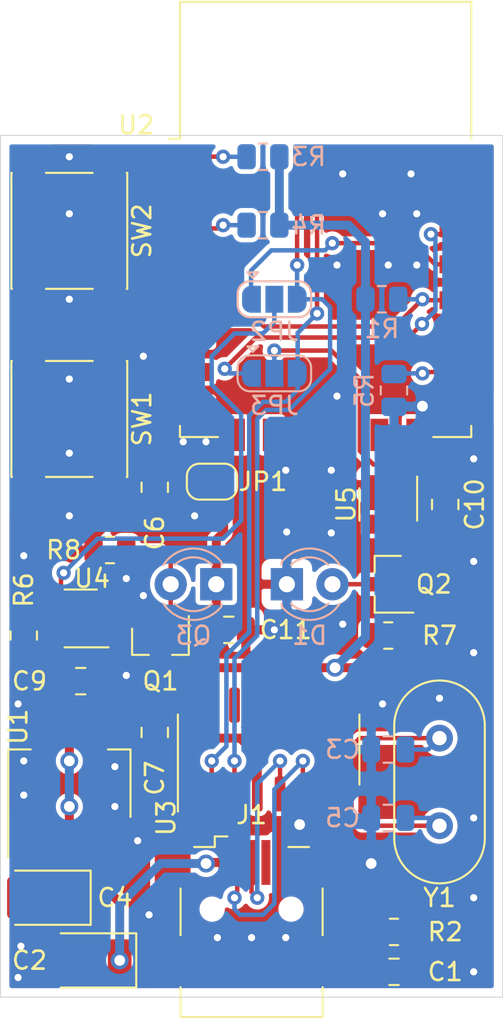
<source format=kicad_pcb>
(kicad_pcb (version 20171130) (host pcbnew "(5.1.9-0-10_14)")
  (layers (0 F.Cu signal) (31 B.Cu signal) (34 B.Paste user hide) (35 F.Paste user hide) (36 B.SilkS user) (37 F.SilkS user) (38 B.Mask user hide) (39 F.Mask user hide) (44 Edge.Cuts user))
  (net 0 "")
  (net 1 +3V3)
  (net 2 "Net-(D1-Pad2)")
  (net 3 "Net-(J1-Pad3)")
  (net 4 "Net-(J1-Pad2)")
  (net 5 "Net-(Q1-Pad3)")
  (net 6 "Net-(Q1-Pad1)")
  (net 7 "Net-(Q2-Pad1)")
  (net 8 "Net-(R7-Pad2)")
  (net 9 GND)
  (net 10 "Net-(C1-Pad1)")
  (net 11 "Net-(C2-Pad1)")
  (net 12 "Net-(C3-Pad1)")
  (net 13 "Net-(C5-Pad1)")
  (net 14 "Net-(JP2-Pad2)")
  (net 15 TXD0)
  (net 16 RXD1)
  (net 17 "Net-(JP3-Pad2)")
  (net 18 RXD0)
  (net 19 TXD1)
  (net 20 Flash)
  (net 21 Reset)
  (net 22 "Net-(R4-Pad2)")
  (net 23 "Net-(R5-Pad1)")
  (net 24 "Net-(C6-Pad1)")
  (net 25 "Net-(J1-Pad4)")
  (net 26 "Net-(U2-Pad2)")
  (net 27 "Net-(U2-Pad4)")
  (net 28 "Net-(U2-Pad6)")
  (net 29 "Net-(U2-Pad9)")
  (net 30 "Net-(U2-Pad10)")
  (net 31 "Net-(U2-Pad11)")
  (net 32 "Net-(U2-Pad12)")
  (net 33 "Net-(U2-Pad13)")
  (net 34 "Net-(U2-Pad14)")
  (net 35 "Net-(U2-Pad17)")
  (net 36 "Net-(U3-Pad15)")
  (net 37 "Net-(U3-Pad14)")
  (net 38 "Net-(U3-Pad13)")
  (net 39 "Net-(U3-Pad12)")
  (net 40 "Net-(U3-Pad11)")
  (net 41 "Net-(U3-Pad10)")
  (net 42 "Net-(U3-Pad9)")
  (net 43 "Net-(JP1-Pad1)")
  (net 44 "Net-(U2-Pad5)")
  (net 45 "Net-(U2-Pad7)")
  (module Crystal:Crystal_HC49-U_Vertical (layer F.Cu) (at 159.9775 106.0725 270)
    (fp_text reference Y1 (at 8.89 0 180) (layer F.SilkS))
    (fp_text value 12Mhz)
    (pad 2 thru_hole circle (at 4.88 0 270) (size 1.5 1.5) (drill 0.8) (layers *.Cu *.Mask) (net 13 "Net-(C5-Pad1)"))
    (pad 1 thru_hole circle (at 0 0 270) (size 1.5 1.5) (drill 0.8) (layers *.Cu *.Mask) (net 12 "Net-(C3-Pad1)"))
  )
  (module Package_SO:SOIC-16_3.9x9.9mm_P1.27mm (layer F.Cu) (at 150.4525 106.7075 90)
    (fp_text reference U3 (at -3.81 -5.715 90) (layer F.SilkS))
    (fp_text value CH340G)
    (pad 16 smd roundrect (at 2.475 -4.445 90) (size 1.95 0.6) (layers F.Cu F.Paste F.Mask) (net 1 +3V3))
    (pad 15 smd roundrect (at 2.475 -3.175 90) (size 1.95 0.6) (layers F.Cu F.Paste F.Mask) (net 36 "Net-(U3-Pad15)"))
    (pad 14 smd roundrect (at 2.475 -1.905 90) (size 1.95 0.6) (layers F.Cu F.Paste F.Mask) (net 37 "Net-(U3-Pad14)"))
    (pad 13 smd roundrect (at 2.475 -0.635 90) (size 1.95 0.6) (layers F.Cu F.Paste F.Mask) (net 38 "Net-(U3-Pad13)"))
    (pad 12 smd roundrect (at 2.475 0.635 90) (size 1.95 0.6) (layers F.Cu F.Paste F.Mask) (net 39 "Net-(U3-Pad12)"))
    (pad 11 smd roundrect (at 2.475 1.905 90) (size 1.95 0.6) (layers F.Cu F.Paste F.Mask) (net 40 "Net-(U3-Pad11)"))
    (pad 10 smd roundrect (at 2.475 3.175 90) (size 1.95 0.6) (layers F.Cu F.Paste F.Mask) (net 41 "Net-(U3-Pad10)"))
    (pad 9 smd roundrect (at 2.475 4.445 90) (size 1.95 0.6) (layers F.Cu F.Paste F.Mask) (net 42 "Net-(U3-Pad9)"))
    (pad 8 smd roundrect (at -2.475 4.445 90) (size 1.95 0.6) (layers F.Cu F.Paste F.Mask) (net 13 "Net-(C5-Pad1)"))
    (pad 7 smd roundrect (at -2.475 3.175 90) (size 1.95 0.6) (layers F.Cu F.Paste F.Mask) (net 12 "Net-(C3-Pad1)"))
    (pad 6 smd roundrect (at -2.475 1.905 90) (size 1.95 0.6) (layers F.Cu F.Paste F.Mask) (net 4 "Net-(J1-Pad2)"))
    (pad 5 smd roundrect (at -2.475 0.635 90) (size 1.95 0.6) (layers F.Cu F.Paste F.Mask) (net 3 "Net-(J1-Pad3)"))
    (pad 4 smd roundrect (at -2.475 -0.635 90) (size 1.95 0.6) (layers F.Cu F.Paste F.Mask) (net 1 +3V3))
    (pad 3 smd roundrect (at -2.475 -1.905 90) (size 1.95 0.6) (layers F.Cu F.Paste F.Mask) (net 15 TXD0))
    (pad 2 smd roundrect (at -2.475 -3.175 90) (size 1.95 0.6) (layers F.Cu F.Paste F.Mask) (net 18 RXD0))
    (pad 1 smd roundrect (at -2.475 -4.445 90) (size 1.95 0.6) (layers F.Cu F.Paste F.Mask) (net 9 GND))
  )
  (module RF_Module:ESP-12E (layer F.Cu) (at 153.6275 77.18)
    (fp_text reference U2 (at -10.56 -5.26) (layer F.SilkS))
    (fp_text value ESP-12F)
    (pad 1 smd rect (at -7.6 -3.5) (size 2.5 1) (layers F.Cu F.Paste F.Mask) (net 21 Reset))
    (pad 2 smd rect (at -7.6 -1.5) (size 2.5 1) (layers F.Cu F.Paste F.Mask) (net 26 "Net-(U2-Pad2)"))
    (pad 3 smd rect (at -7.6 0.5) (size 2.5 1) (layers F.Cu F.Paste F.Mask) (net 22 "Net-(R4-Pad2)"))
    (pad 4 smd rect (at -7.6 2.5) (size 2.5 1) (layers F.Cu F.Paste F.Mask) (net 27 "Net-(U2-Pad4)"))
    (pad 5 smd rect (at -7.6 4.5) (size 2.5 1) (layers F.Cu F.Paste F.Mask) (net 44 "Net-(U2-Pad5)"))
    (pad 6 smd rect (at -7.6 6.5) (size 2.5 1) (layers F.Cu F.Paste F.Mask) (net 28 "Net-(U2-Pad6)"))
    (pad 7 smd rect (at -7.6 8.5) (size 2.5 1) (layers F.Cu F.Paste F.Mask) (net 45 "Net-(U2-Pad7)"))
    (pad 8 smd rect (at -7.6 10.5) (size 2.5 1) (layers F.Cu F.Paste F.Mask) (net 43 "Net-(JP1-Pad1)"))
    (pad 9 smd rect (at -5 12) (size 1 1.8) (layers F.Cu F.Paste F.Mask) (net 29 "Net-(U2-Pad9)"))
    (pad 10 smd rect (at -3 12) (size 1 1.8) (layers F.Cu F.Paste F.Mask) (net 30 "Net-(U2-Pad10)"))
    (pad 11 smd rect (at -1 12) (size 1 1.8) (layers F.Cu F.Paste F.Mask) (net 31 "Net-(U2-Pad11)"))
    (pad 12 smd rect (at 1 12) (size 1 1.8) (layers F.Cu F.Paste F.Mask) (net 32 "Net-(U2-Pad12)"))
    (pad 13 smd rect (at 3 12) (size 1 1.8) (layers F.Cu F.Paste F.Mask) (net 33 "Net-(U2-Pad13)"))
    (pad 14 smd rect (at 5 12) (size 1 1.8) (layers F.Cu F.Paste F.Mask) (net 34 "Net-(U2-Pad14)"))
    (pad 15 smd rect (at 7.6 10.5) (size 2.5 1) (layers F.Cu F.Paste F.Mask) (net 9 GND))
    (pad 16 smd rect (at 7.6 8.5) (size 2.5 1) (layers F.Cu F.Paste F.Mask) (net 23 "Net-(R5-Pad1)"))
    (pad 17 smd rect (at 7.6 6.5) (size 2.5 1) (layers F.Cu F.Paste F.Mask) (net 35 "Net-(U2-Pad17)"))
    (pad 18 smd rect (at 7.6 4.5) (size 2.5 1) (layers F.Cu F.Paste F.Mask) (net 20 Flash))
    (pad 19 smd rect (at 7.6 2.5) (size 2.5 1) (layers F.Cu F.Paste F.Mask) (net 16 RXD1))
    (pad 20 smd rect (at 7.6 0.5) (size 2.5 1) (layers F.Cu F.Paste F.Mask) (net 19 TXD1))
    (pad 21 smd rect (at 7.6 -1.5) (size 2.5 1) (layers F.Cu F.Paste F.Mask) (net 18 RXD0))
    (pad 22 smd rect (at 7.6 -3.5) (size 2.5 1) (layers F.Cu F.Paste F.Mask) (net 15 TXD0))
  )
  (module Package_TO_SOT_SMD:SOT-223-3_TabPin2 (layer F.Cu) (at 139.34 108.6125 90)
    (fp_text reference U1 (at 3.175 -2.8575 90) (layer F.SilkS))
    (fp_text value LM1117-3.3)
    (pad 1 smd rect (at -3.15 -2.3 90) (size 2 1.5) (layers F.Cu F.Paste F.Mask) (net 9 GND))
    (pad 3 smd rect (at -3.15 2.3 90) (size 2 1.5) (layers F.Cu F.Paste F.Mask) (net 11 "Net-(C2-Pad1)"))
    (pad 2 smd rect (at -3.15 0 90) (size 2 1.5) (layers F.Cu F.Paste F.Mask) (net 1 +3V3))
    (pad 2 smd rect (at 3.15 0 90) (size 2 3.8) (layers F.Cu F.Paste F.Mask) (net 1 +3V3))
  )
  (module Button_Switch_SMD:SW_Push_1P1T_NO_6x6mm_H9.5mm (layer F.Cu) (at 139.34 77.815 270)
    (fp_text reference SW2 (at 0 -4.05 90) (layer F.SilkS))
    (fp_text value Reset)
    (pad 2 smd rect (at 3.975 2.25 270) (size 1.55 1.3) (layers F.Cu F.Paste F.Mask) (net 9 GND))
    (pad 1 smd rect (at 3.975 -2.25 270) (size 1.55 1.3) (layers F.Cu F.Paste F.Mask) (net 21 Reset))
    (pad 1 smd rect (at -3.975 -2.25 270) (size 1.55 1.3) (layers F.Cu F.Paste F.Mask) (net 21 Reset))
    (pad 2 smd rect (at -3.975 2.25 270) (size 1.55 1.3) (layers F.Cu F.Paste F.Mask) (net 9 GND))
  )
  (module Button_Switch_SMD:SW_Push_1P1T_NO_6x6mm_H9.5mm (layer F.Cu) (at 139.34 88.2925 270)
    (fp_text reference SW1 (at 0 -4.05 90) (layer F.SilkS))
    (fp_text value Flash)
    (pad 2 smd rect (at 3.975 2.25 270) (size 1.55 1.3) (layers F.Cu F.Paste F.Mask) (net 9 GND))
    (pad 1 smd rect (at 3.975 -2.25 270) (size 1.55 1.3) (layers F.Cu F.Paste F.Mask) (net 20 Flash))
    (pad 1 smd rect (at -3.975 -2.25 270) (size 1.55 1.3) (layers F.Cu F.Paste F.Mask) (net 20 Flash))
    (pad 2 smd rect (at -3.975 2.25 270) (size 1.55 1.3) (layers F.Cu F.Paste F.Mask) (net 9 GND))
  )
  (module Resistor_SMD:R_0805_2012Metric (layer B.Cu) (at 157.4375 86.705 270)
    (fp_text reference R5 (at 0 1.65 90) (layer B.SilkS) (effects (justify mirror)))
    (fp_text value 10k)
    (pad 2 smd roundrect (at 0.9125 0 270) (size 1.025 1.4) (layers B.Cu B.Paste B.Mask) (roundrect_rratio 0.243902) (net 9 GND))
    (pad 1 smd roundrect (at -0.9125 0 270) (size 1.025 1.4) (layers B.Cu B.Paste B.Mask) (roundrect_rratio 0.243902) (net 23 "Net-(R5-Pad1)"))
  )
  (module Resistor_SMD:R_0805_2012Metric (layer B.Cu) (at 150.135 77.4975 180)
    (fp_text reference R4 (at -2.54 0) (layer B.SilkS) (effects (justify mirror)))
    (fp_text value 10k)
    (pad 2 smd roundrect (at 0.9125 0 180) (size 1.025 1.4) (layers B.Cu B.Paste B.Mask) (roundrect_rratio 0.243902) (net 22 "Net-(R4-Pad2)"))
    (pad 1 smd roundrect (at -0.9125 0 180) (size 1.025 1.4) (layers B.Cu B.Paste B.Mask) (roundrect_rratio 0.243902) (net 1 +3V3))
  )
  (module Resistor_SMD:R_0805_2012Metric (layer B.Cu) (at 150.135 73.6875 180)
    (fp_text reference R3 (at -2.54 0) (layer B.SilkS) (effects (justify mirror)))
    (fp_text value 10k)
    (pad 2 smd roundrect (at 0.9125 0 180) (size 1.025 1.4) (layers B.Cu B.Paste B.Mask) (roundrect_rratio 0.243902) (net 21 Reset))
    (pad 1 smd roundrect (at -0.9125 0 180) (size 1.025 1.4) (layers B.Cu B.Paste B.Mask) (roundrect_rratio 0.243902) (net 1 +3V3))
  )
  (module Resistor_SMD:R_0805_2012Metric (layer F.Cu) (at 157.4375 116.8675)
    (fp_text reference R2 (at 2.8575 0) (layer F.SilkS))
    (fp_text value 100k)
    (pad 2 smd roundrect (at 0.9125 0) (size 1.025 1.4) (layers F.Cu F.Paste F.Mask) (roundrect_rratio 0.243902) (net 9 GND))
    (pad 1 smd roundrect (at -0.9125 0) (size 1.025 1.4) (layers F.Cu F.Paste F.Mask) (roundrect_rratio 0.243902) (net 10 "Net-(C1-Pad1)"))
  )
  (module Resistor_SMD:R_0805_2012Metric (layer B.Cu) (at 156.7625 81.625)
    (fp_text reference R1 (at 0 1.65) (layer B.SilkS) (effects (justify mirror)))
    (fp_text value 10k)
    (pad 2 smd roundrect (at 0.9125 0) (size 1.025 1.4) (layers B.Cu B.Paste B.Mask) (roundrect_rratio 0.243902) (net 20 Flash))
    (pad 1 smd roundrect (at -0.9125 0) (size 1.025 1.4) (layers B.Cu B.Paste B.Mask) (roundrect_rratio 0.243902) (net 1 +3V3))
  )
  (module Jumper:SolderJumper-3_P1.3mm_Open_RoundedPad1.0x1.5mm (layer B.Cu) (at 150.77 85.7525)
    (fp_text reference JP3 (at 0 1.8) (layer B.SilkS) (effects (justify mirror)))
    (fp_text value Jumper_NC_Dual)
    (pad 2 smd rect (at 0 0) (size 1 1.5) (layers B.Cu B.Mask) (net 17 "Net-(JP3-Pad2)"))
    (pad 3 smd custom (at 1.3 0) (size 1 0.5) (layers B.Cu B.Mask) (net 18 RXD0) (options (clearance outline) (anchor rect)) (primitives (gr_circle (center 0 -0.25) (end 0.5 -0.25) (width 0)) (gr_circle (center 0 0.25) (end 0.5 0.25) (width 0)) (gr_poly (pts (xy -0.55 0.75) (xy 0 0.75) (xy 0 -0.75) (xy -0.55 -0.75)) (width 0))))
    (pad 1 smd custom (at -1.3 0) (size 1 0.5) (layers B.Cu B.Mask) (net 19 TXD1) (options (clearance outline) (anchor rect)) (primitives (gr_circle (center 0 -0.25) (end 0.5 -0.25) (width 0)) (gr_circle (center 0 0.25) (end 0.5 0.25) (width 0)) (gr_poly (pts (xy 0.55 0.75) (xy 0 0.75) (xy 0 -0.75) (xy 0.55 -0.75)) (width 0))))
  )
  (module Jumper:SolderJumper-3_P1.3mm_Open_RoundedPad1.0x1.5mm (layer B.Cu) (at 150.77 81.625)
    (fp_text reference JP2 (at 0 1.8) (layer B.SilkS) (effects (justify mirror)))
    (fp_text value Jumper_NC_Dual)
    (pad 2 smd rect (at 0 0) (size 1 1.5) (layers B.Cu B.Mask) (net 14 "Net-(JP2-Pad2)"))
    (pad 3 smd custom (at 1.3 0) (size 1 0.5) (layers B.Cu B.Mask) (net 15 TXD0) (options (clearance outline) (anchor rect)) (primitives (gr_circle (center 0 -0.25) (end 0.5 -0.25) (width 0)) (gr_circle (center 0 0.25) (end 0.5 0.25) (width 0)) (gr_poly (pts (xy -0.55 0.75) (xy 0 0.75) (xy 0 -0.75) (xy -0.55 -0.75)) (width 0))))
    (pad 1 smd custom (at -1.3 0) (size 1 0.5) (layers B.Cu B.Mask) (net 16 RXD1) (options (clearance outline) (anchor rect)) (primitives (gr_circle (center 0 -0.25) (end 0.5 -0.25) (width 0)) (gr_circle (center 0 0.25) (end 0.5 0.25) (width 0)) (gr_poly (pts (xy 0.55 0.75) (xy 0 0.75) (xy 0 -0.75) (xy 0.55 -0.75)) (width 0))))
  )
  (module Jumper:SolderJumper-2_P1.3mm_Open_RoundedPad1.0x1.5mm (layer F.Cu) (at 147.2925 91.785)
    (fp_text reference JP1 (at 2.8425 0) (layer F.SilkS))
    (fp_text value Jumper)
    (pad 2 smd custom (at 0.65 0) (size 1 0.5) (layers F.Cu F.Mask) (net 1 +3V3) (options (clearance outline) (anchor rect)) (primitives (gr_circle (center 0 0.25) (end 0.5 0.25) (width 0)) (gr_circle (center 0 -0.25) (end 0.5 -0.25) (width 0)) (gr_poly (pts (xy 0 -0.75) (xy -0.5 -0.75) (xy -0.5 0.75) (xy 0 0.75)) (width 0))))
    (pad 1 smd custom (at -0.65 0) (size 1 0.5) (layers F.Cu F.Mask) (net 43 "Net-(JP1-Pad1)") (options (clearance outline) (anchor rect)) (primitives (gr_circle (center 0 0.25) (end 0.5 0.25) (width 0)) (gr_circle (center 0 -0.25) (end 0.5 -0.25) (width 0)) (gr_poly (pts (xy 0 -0.75) (xy 0.5 -0.75) (xy 0.5 0.75) (xy 0 0.75)) (width 0))))
  )
  (module Connector_USB:USB_Mini-B_Wuerth_65100516121_Horizontal (layer F.Cu) (at 149.5 115.5975)
    (fp_text reference J1 (at 0 -5.25) (layer F.SilkS))
    (fp_text value USB_B_Mini)
    (pad "" np_thru_hole circle (at 2.2 0) (size 0.9 0.9) (drill 0.9) (layers *.Cu *.Mask))
    (pad "" np_thru_hole circle (at -2.2 0) (size 0.9 0.9) (drill 0.9) (layers *.Cu *.Mask))
    (pad 5 smd rect (at 1.6 -2.6) (size 0.5 2.5) (layers F.Cu F.Paste F.Mask) (net 9 GND))
    (pad 4 smd rect (at 0.8 -2.6) (size 0.5 2.5) (layers F.Cu F.Paste F.Mask) (net 25 "Net-(J1-Pad4)"))
    (pad 3 smd rect (at 0 -2.6) (size 0.5 2.5) (layers F.Cu F.Paste F.Mask) (net 3 "Net-(J1-Pad3)"))
    (pad 2 smd rect (at -0.8 -2.6) (size 0.5 2.5) (layers F.Cu F.Paste F.Mask) (net 4 "Net-(J1-Pad2)"))
    (pad 1 smd rect (at -1.6 -2.6) (size 0.5 2.5) (layers F.Cu F.Paste F.Mask) (net 11 "Net-(C2-Pad1)"))
    (pad 6 smd rect (at 4.4 -2.6) (size 2 2.5) (layers F.Cu F.Paste F.Mask) (net 10 "Net-(C1-Pad1)"))
    (pad 6 smd rect (at -4.4 -2.6) (size 2 2.5) (layers F.Cu F.Paste F.Mask) (net 10 "Net-(C1-Pad1)"))
    (pad 6 smd rect (at 4.4 2.9) (size 2 2.5) (layers F.Cu F.Paste F.Mask) (net 10 "Net-(C1-Pad1)"))
    (pad 6 smd rect (at -4.4 2.9) (size 2 2.5) (layers F.Cu F.Paste F.Mask) (net 10 "Net-(C1-Pad1)"))
  )
  (module Capacitor_SMD:C_0805_2012Metric (layer F.Cu) (at 144.1025 105.755 270)
    (fp_text reference C7 (at 2.54 0 90) (layer F.SilkS))
    (fp_text value 100n)
    (pad 2 smd roundrect (at 0.95 0 270) (size 1 1.45) (layers F.Cu F.Paste F.Mask) (net 9 GND))
    (pad 1 smd roundrect (at -0.95 0 270) (size 1 1.45) (layers F.Cu F.Paste F.Mask) (net 1 +3V3))
  )
  (module Capacitor_SMD:C_0805_2012Metric (layer F.Cu) (at 144.1025 92.1 270)
    (fp_text reference C6 (at 2.5425 0 90) (layer F.SilkS))
    (fp_text value 100n)
    (pad 2 smd roundrect (at 0.95 0 270) (size 1 1.45) (layers F.Cu F.Paste F.Mask) (net 9 GND))
    (pad 1 smd roundrect (at -0.95 0 270) (size 1 1.45) (layers F.Cu F.Paste F.Mask) (net 1 +3V3))
  )
  (module Capacitor_SMD:C_0805_2012Metric (layer B.Cu) (at 157.12 110.5175 180)
    (fp_text reference C5 (at 2.54 0) (layer B.SilkS) (effects (justify mirror)))
    (fp_text value 22p)
    (pad 2 smd roundrect (at 0.95 0 180) (size 1 1.45) (layers B.Cu B.Paste B.Mask) (net 9 GND))
    (pad 1 smd roundrect (at -0.95 0 180) (size 1 1.45) (layers B.Cu B.Paste B.Mask) (net 13 "Net-(C5-Pad1)"))
  )
  (module Capacitor_Tantalum_SMD:CP_EIA-3528-21_Kemet-B (layer F.Cu) (at 138.07 114.9625 180)
    (fp_text reference C4 (at -3.81 0) (layer F.SilkS))
    (fp_text value 47µ)
    (pad 2 smd roundrect (at 1.5375 0 180) (size 1.325 2.35) (layers F.Cu F.Paste F.Mask) (roundrect_rratio 0.188679) (net 9 GND))
    (pad 1 smd roundrect (at -1.5375 0 180) (size 1.325 2.35) (layers F.Cu F.Paste F.Mask) (roundrect_rratio 0.188679) (net 1 +3V3))
  )
  (module Capacitor_SMD:C_0805_2012Metric (layer B.Cu) (at 157.12 106.7075 180)
    (fp_text reference C3 (at 2.54 0 180) (layer B.SilkS) (effects (justify mirror)))
    (fp_text value 22p)
    (pad 2 smd roundrect (at 0.95 0 180) (size 1 1.45) (layers B.Cu B.Paste B.Mask) (net 9 GND))
    (pad 1 smd roundrect (at -0.95 0 180) (size 1 1.45) (layers B.Cu B.Paste B.Mask) (net 12 "Net-(C3-Pad1)"))
  )
  (module Capacitor_Tantalum_SMD:CP_EIA-3528-21_Kemet-B (layer F.Cu) (at 140.61 118.455 180)
    (fp_text reference C2 (at 3.4925 0) (layer F.SilkS))
    (fp_text value 47µ)
    (pad 2 smd roundrect (at 1.5375 0 180) (size 1.325 2.35) (layers F.Cu F.Paste F.Mask) (roundrect_rratio 0.188679) (net 9 GND))
    (pad 1 smd roundrect (at -1.5375 0 180) (size 1.325 2.35) (layers F.Cu F.Paste F.Mask) (roundrect_rratio 0.188679) (net 11 "Net-(C2-Pad1)"))
  )
  (module Capacitor_SMD:C_0805_2012Metric (layer F.Cu) (at 157.44 119.09)
    (fp_text reference C1 (at 2.855 0) (layer F.SilkS))
    (fp_text value 100n)
    (pad 2 smd roundrect (at 0.95 0) (size 1 1.45) (layers F.Cu F.Paste F.Mask) (net 9 GND))
    (pad 1 smd roundrect (at -0.95 0) (size 1 1.45) (layers F.Cu F.Paste F.Mask) (net 10 "Net-(C1-Pad1)"))
  )
  (module LED_THT:LED_D3.0mm_Clear (layer B.Cu) (at 151.4685 97.5)
    (fp_text reference D1 (at 1.27 2.8575) (layer B.SilkS) (effects (justify mirror)))
    (fp_text value SFH482)
    (pad 2 thru_hole circle (at 2.54 0) (size 1.8 1.8) (drill 0.9) (layers *.Cu *.Mask) (net 2 "Net-(D1-Pad2)"))
    (pad 1 thru_hole rect (at 0 0) (size 1.8 1.8) (drill 0.9) (layers *.Cu *.Mask) (net 9 GND))
  )
  (module Package_TO_SOT_SMD:SOT-23-5 (layer F.Cu) (at 157.12 93.055 270)
    (fp_text reference U5 (at 0 2.3475 90) (layer F.SilkS))
    (fp_text value 74AUC1G17)
    (pad 5 smd rect (at 1.1 -0.95 270) (size 1.06 0.65) (layers F.Cu F.Paste F.Mask) (net 1 +3V3))
    (pad 4 smd rect (at 1.1 0.95 270) (size 1.06 0.65) (layers F.Cu F.Paste F.Mask) (net 8 "Net-(R7-Pad2)"))
    (pad 3 smd rect (at -1.1 0.95 270) (size 1.06 0.65) (layers F.Cu F.Paste F.Mask) (net 9 GND))
    (pad 2 smd rect (at -1.1 0 270) (size 1.06 0.65) (layers F.Cu F.Paste F.Mask) (net 17 "Net-(JP3-Pad2)"))
    (pad 1 smd rect (at -1.1 -0.95 270) (size 1.06 0.65) (layers F.Cu F.Paste F.Mask))
  )
  (module Package_TO_SOT_SMD:SOT-23-5 (layer F.Cu) (at 139.975 99.405 180)
    (fp_text reference U4 (at -0.635 2.2225) (layer F.SilkS))
    (fp_text value 74AUC1G17)
    (pad 5 smd rect (at 1.1 -0.95 180) (size 1.06 0.65) (layers F.Cu F.Paste F.Mask) (net 1 +3V3))
    (pad 4 smd rect (at 1.1 0.95 180) (size 1.06 0.65) (layers F.Cu F.Paste F.Mask) (net 14 "Net-(JP2-Pad2)"))
    (pad 3 smd rect (at -1.1 0.95 180) (size 1.06 0.65) (layers F.Cu F.Paste F.Mask) (net 9 GND))
    (pad 2 smd rect (at -1.1 0 180) (size 1.06 0.65) (layers F.Cu F.Paste F.Mask) (net 5 "Net-(Q1-Pad3)"))
    (pad 1 smd rect (at -1.1 -0.95 180) (size 1.06 0.65) (layers F.Cu F.Paste F.Mask))
  )
  (module Resistor_SMD:R_0805_2012Metric (layer F.Cu) (at 141.6025 95.595 180)
    (fp_text reference R8 (at 2.58 0) (layer F.SilkS))
    (fp_text value R)
    (pad 2 smd roundrect (at 0.9125 0 180) (size 1.025 1.4) (layers F.Cu F.Paste F.Mask) (roundrect_rratio 0.243902) (net 9 GND))
    (pad 1 smd roundrect (at -0.9125 0 180) (size 1.025 1.4) (layers F.Cu F.Paste F.Mask) (roundrect_rratio 0.243902) (net 6 "Net-(Q1-Pad1)"))
  )
  (module Resistor_SMD:R_0805_2012Metric (layer F.Cu) (at 157.12 100.3575 180)
    (fp_text reference R7 (at -2.8575 0) (layer F.SilkS))
    (fp_text value 13k)
    (pad 1 smd roundrect (at -0.9125 0 180) (size 1.025 1.4) (layers F.Cu F.Paste F.Mask) (roundrect_rratio 0.243902) (net 7 "Net-(Q2-Pad1)"))
    (pad 2 smd roundrect (at 0.9125 0 180) (size 1.025 1.4) (layers F.Cu F.Paste F.Mask) (roundrect_rratio 0.243902) (net 8 "Net-(R7-Pad2)"))
  )
  (module Resistor_SMD:R_0805_2012Metric (layer F.Cu) (at 136.8 100.3575 90)
    (fp_text reference R6 (at 2.54 0 90) (layer F.SilkS))
    (fp_text value 13k)
    (pad 2 smd roundrect (at 0.9125 0 90) (size 1.025 1.4) (layers F.Cu F.Paste F.Mask) (roundrect_rratio 0.243902) (net 5 "Net-(Q1-Pad3)"))
    (pad 1 smd roundrect (at -0.9125 0 90) (size 1.025 1.4) (layers F.Cu F.Paste F.Mask) (roundrect_rratio 0.243902) (net 1 +3V3))
  )
  (module LED_THT:LED_D3.0mm_Clear (layer B.Cu) (at 147.5315 97.5 180)
    (fp_text reference Q3 (at 1.27 -2.8575) (layer B.SilkS) (effects (justify mirror)))
    (fp_text value SFH309)
    (pad 2 thru_hole circle (at 2.54 0 180) (size 1.8 1.8) (drill 0.9) (layers *.Cu *.Mask) (net 6 "Net-(Q1-Pad1)"))
    (pad 1 thru_hole rect (at 0 0 180) (size 1.8 1.8) (drill 0.9) (layers *.Cu *.Mask) (net 1 +3V3))
  )
  (module Package_TO_SOT_SMD:SOT-23 (layer F.Cu) (at 157.12 97.5 180)
    (fp_text reference Q2 (at -2.54 0) (layer F.SilkS))
    (fp_text value BC807)
    (pad 1 smd rect (at -1 -0.95 180) (size 0.9 0.8) (layers F.Cu F.Paste F.Mask) (net 7 "Net-(Q2-Pad1)"))
    (pad 2 smd rect (at -1 0.95 180) (size 0.9 0.8) (layers F.Cu F.Paste F.Mask) (net 1 +3V3))
    (pad 3 smd rect (at 1 0 180) (size 0.9 0.8) (layers F.Cu F.Paste F.Mask) (net 2 "Net-(D1-Pad2)"))
  )
  (module Package_TO_SOT_SMD:SOT-23 (layer F.Cu) (at 144.42 100.675 270)
    (fp_text reference Q1 (at 2.2225 0) (layer F.SilkS))
    (fp_text value BC817)
    (pad 3 smd rect (at 1 0 270) (size 0.9 0.8) (layers F.Cu F.Paste F.Mask) (net 5 "Net-(Q1-Pad3)"))
    (pad 2 smd rect (at -1 0.95 270) (size 0.9 0.8) (layers F.Cu F.Paste F.Mask) (net 9 GND))
    (pad 1 smd rect (at -1 -0.95 270) (size 0.9 0.8) (layers F.Cu F.Paste F.Mask) (net 6 "Net-(Q1-Pad1)"))
  )
  (module Capacitor_SMD:C_0805_2012Metric (layer F.Cu) (at 148.23 100.04)
    (fp_text reference C11 (at 3.175 0) (layer F.SilkS))
    (fp_text value 1µ)
    (pad 2 smd roundrect (at 0.95 0) (size 1 1.45) (layers F.Cu F.Paste F.Mask) (net 9 GND))
    (pad 1 smd roundrect (at -0.95 0) (size 1 1.45) (layers F.Cu F.Paste F.Mask) (net 1 +3V3))
  )
  (module Capacitor_SMD:C_0805_2012Metric (layer F.Cu) (at 160.295 93.055 90)
    (fp_text reference C10 (at 0 1.6375 90) (layer F.SilkS))
    (fp_text value 1µ)
    (pad 2 smd roundrect (at 0.95 0 90) (size 1 1.45) (layers F.Cu F.Paste F.Mask) (net 9 GND))
    (pad 1 smd roundrect (at -0.95 0 90) (size 1 1.45) (layers F.Cu F.Paste F.Mask) (net 1 +3V3))
  )
  (module Capacitor_SMD:C_0805_2012Metric (layer F.Cu) (at 139.975 102.8975)
    (fp_text reference C9 (at -2.8575 0) (layer F.SilkS))
    (fp_text value 1µ)
    (pad 2 smd roundrect (at 0.95 0) (size 1 1.45) (layers F.Cu F.Paste F.Mask) (net 9 GND))
    (pad 1 smd roundrect (at -0.95 0) (size 1 1.45) (layers F.Cu F.Paste F.Mask) (net 1 +3V3))
  )
  (gr_line (start 163.5 97.75) (end 163.5 97.5) (layer Edge.Cuts) (width 0.05))
  (gr_line (start 163.5 120.5) (end 163.5 117.5) (layer Edge.Cuts) (width 0.05))
  (gr_line (start 135.5 120.5) (end 163.5 120.5) (layer Edge.Cuts) (width 0.05))
  (gr_line (start 135.5 117.5) (end 135.5 120.5) (layer Edge.Cuts) (width 0.05))
  (gr_line (start 163.5 72.5) (end 163.5 97.5) (layer Edge.Cuts) (width 0.05))
  (gr_line (start 135.5 72.5) (end 163.5 72.5) (layer Edge.Cuts) (width 0.05))
  (gr_line (start 135.5 97.5) (end 135.5 72.5) (layer Edge.Cuts) (width 0.05))
  (gr_line (start 135.5 117.5) (end 135.5 110.25) (layer Edge.Cuts) (width 0.05))
  (gr_line (start 163.5 110.75) (end 163.5 117.5) (layer Edge.Cuts) (width 0.05))
  (gr_line (start 163.5 97.75) (end 163.5 110.75) (layer Edge.Cuts) (width 0.05))
  (gr_line (start 135.5 97.5) (end 135.5 110.25) (layer Edge.Cuts) (width 0.05))
  (segment (start 139.34 114.695) (end 139.6075 114.9625) (width 0.5) (layer F.Cu) (net 1))
  (segment (start 139.34 111.7625) (end 139.34 114.695) (width 0.5) (layer F.Cu) (net 1))
  (segment (start 144.675 104.2325) (end 144.1025 104.805) (width 0.5) (layer F.Cu) (net 1))
  (segment (start 146.0075 104.2325) (end 144.675 104.2325) (width 0.5) (layer F.Cu) (net 1))
  (via (at 139.34 109.8825) (size 1) (drill 0.6) (layers F.Cu B.Cu) (net 1))
  (segment (start 139.34 111.7625) (end 139.34 109.8825) (width 0.5) (layer F.Cu) (net 1))
  (via (at 139.34 107.3425) (size 1) (drill 0.6) (layers F.Cu B.Cu) (net 1))
  (segment (start 139.34 109.8825) (end 139.34 107.3425) (width 0.5) (layer B.Cu) (net 1))
  (segment (start 139.34 107.3425) (end 139.34 105.4625) (width 0.5) (layer F.Cu) (net 1))
  (segment (start 149.8175 109.1825) (end 149.8175 107.025) (width 0.5) (layer F.Cu) (net 1))
  (segment (start 149.8175 107.025) (end 148.865 106.0725) (width 0.5) (layer F.Cu) (net 1))
  (segment (start 148.865 106.0725) (end 146.6425 106.0725) (width 0.5) (layer F.Cu) (net 1))
  (segment (start 146.0075 105.4375) (end 146.0075 104.2325) (width 0.5) (layer F.Cu) (net 1))
  (segment (start 146.6425 106.0725) (end 146.0075 105.4375) (width 0.5) (layer F.Cu) (net 1))
  (segment (start 147.2775 100.0375) (end 147.28 100.04) (width 0.5) (layer F.Cu) (net 1))
  (segment (start 139.34 105.4625) (end 139.34 104.485) (width 0.5) (layer F.Cu) (net 1))
  (segment (start 139.025 104.17) (end 139.025 102.8975) (width 0.5) (layer F.Cu) (net 1))
  (segment (start 139.34 104.485) (end 139.025 104.17) (width 0.5) (layer F.Cu) (net 1))
  (segment (start 138.875 100.355) (end 138.875 101.48) (width 0.5) (layer F.Cu) (net 1))
  (segment (start 139.025 101.63) (end 139.025 102.8975) (width 0.5) (layer F.Cu) (net 1))
  (segment (start 138.875 101.48) (end 139.025 101.63) (width 0.5) (layer F.Cu) (net 1))
  (segment (start 138.665 101.27) (end 138.875 101.48) (width 0.5) (layer F.Cu) (net 1))
  (segment (start 136.8 101.27) (end 138.665 101.27) (width 0.5) (layer F.Cu) (net 1))
  (segment (start 158.22 94.005) (end 158.07 94.155) (width 0.5) (layer F.Cu) (net 1))
  (segment (start 160.295 94.005) (end 158.22 94.005) (width 0.5) (layer F.Cu) (net 1))
  (segment (start 158.12 94.205) (end 158.07 94.155) (width 0.5) (layer F.Cu) (net 1))
  (segment (start 158.12 96.55) (end 158.12 94.205) (width 0.5) (layer F.Cu) (net 1))
  (segment (start 147.28 100.04) (end 147.28 100.765) (width 0.5) (layer F.Cu) (net 1))
  (segment (start 147.28 100.765) (end 145.895 102.15) (width 0.5) (layer F.Cu) (net 1))
  (segment (start 160.295 101.31) (end 160.295 94.005) (width 0.5) (layer F.Cu) (net 1))
  (segment (start 159.455 102.15) (end 160.295 101.31) (width 0.5) (layer F.Cu) (net 1))
  (segment (start 139.34 105.4625) (end 140.585 105.4625) (width 0.5) (layer F.Cu) (net 1))
  (segment (start 139.6325 105.755) (end 139.34 105.4625) (width 0.5) (layer F.Cu) (net 1))
  (segment (start 142.1975 105.755) (end 139.6325 105.755) (width 0.5) (layer F.Cu) (net 1))
  (segment (start 143.1475 104.805) (end 142.1975 105.755) (width 0.5) (layer F.Cu) (net 1))
  (segment (start 144.1025 104.805) (end 143.1475 104.805) (width 0.5) (layer F.Cu) (net 1))
  (segment (start 144.83 103.215) (end 145.895 102.15) (width 0.5) (layer F.Cu) (net 1))
  (segment (start 143.4675 103.215) (end 144.83 103.215) (width 0.5) (layer F.Cu) (net 1))
  (segment (start 141.88 104.8025) (end 143.4675 103.215) (width 0.5) (layer F.Cu) (net 1))
  (segment (start 140 104.8025) (end 141.88 104.8025) (width 0.5) (layer F.Cu) (net 1))
  (segment (start 139.34 105.4625) (end 140 104.8025) (width 0.5) (layer F.Cu) (net 1))
  (segment (start 151.0475 73.6875) (end 151.0475 77.4975) (width 0.5) (layer B.Cu) (net 1))
  (segment (start 151.0475 77.4975) (end 154.8975 77.4975) (width 0.5) (layer B.Cu) (net 1))
  (segment (start 155.85 78.45) (end 155.85 81.625) (width 0.5) (layer B.Cu) (net 1))
  (segment (start 154.8975 77.4975) (end 155.85 78.45) (width 0.5) (layer B.Cu) (net 1))
  (via (at 154.15 102.15) (size 1) (drill 0.6) (layers F.Cu B.Cu) (net 1))
  (segment (start 155.85 81.625) (end 155.85 100.45) (width 0.5) (layer B.Cu) (net 1))
  (segment (start 155.85 100.45) (end 154.15 102.15) (width 0.5) (layer B.Cu) (net 1))
  (segment (start 154.15 102.15) (end 159.455 102.15) (width 0.5) (layer F.Cu) (net 1))
  (segment (start 145.895 102.15) (end 154.15 102.15) (width 0.5) (layer F.Cu) (net 1))
  (segment (start 147.9425 94.6125) (end 147.9425 91.785) (width 0.5) (layer F.Cu) (net 1))
  (segment (start 147.28 100.04) (end 147.28 99.085) (width 0.5) (layer F.Cu) (net 1))
  (segment (start 147.5315 98.8335) (end 147.5315 97.5) (width 0.5) (layer F.Cu) (net 1))
  (segment (start 147.28 99.085) (end 147.5315 98.8335) (width 0.5) (layer F.Cu) (net 1))
  (segment (start 147.5315 95.0235) (end 147.9425 94.6125) (width 0.5) (layer F.Cu) (net 1))
  (segment (start 147.5315 97.5) (end 147.5315 95.0235) (width 0.5) (layer F.Cu) (net 1))
  (segment (start 156.12 97.5) (end 154 97.5) (width 0.25) (layer F.Cu) (net 2))
  (via (at 149.8175 114.9625) (size 0.8) (drill 0.4) (layers F.Cu B.Cu) (net 3))
  (segment (start 149.5 114.645) (end 149.8175 114.9625) (width 0.25) (layer F.Cu) (net 3))
  (segment (start 149.5 112.9975) (end 149.5 114.645) (width 0.25) (layer F.Cu) (net 3))
  (segment (start 149.8175 114.9625) (end 149.8175 109.2475) (width 0.25) (layer B.Cu) (net 3))
  (via (at 151.0875 107.3425) (size 0.8) (drill 0.4) (layers F.Cu B.Cu) (net 3))
  (segment (start 149.8175 108.6125) (end 151.0875 107.3425) (width 0.25) (layer B.Cu) (net 3))
  (segment (start 149.8175 109.2475) (end 149.8175 108.6125) (width 0.25) (layer B.Cu) (net 3))
  (segment (start 151.0875 107.3425) (end 151.0875 109.1825) (width 0.25) (layer F.Cu) (net 3))
  (via (at 148.5475 114.9625) (size 0.8) (drill 0.4) (layers F.Cu B.Cu) (net 4))
  (segment (start 148.7 114.81) (end 148.5475 114.9625) (width 0.25) (layer F.Cu) (net 4))
  (segment (start 148.7 112.9975) (end 148.7 114.81) (width 0.25) (layer F.Cu) (net 4))
  (segment (start 148.5475 114.9625) (end 148.5475 115.5975) (width 0.25) (layer B.Cu) (net 4))
  (segment (start 148.5475 115.5975) (end 148.865 115.915) (width 0.25) (layer B.Cu) (net 4))
  (segment (start 148.865 115.915) (end 150.135 115.915) (width 0.25) (layer B.Cu) (net 4))
  (segment (start 150.135 115.915) (end 150.4525 115.5975) (width 0.25) (layer B.Cu) (net 4))
  (segment (start 150.4525 115.5975) (end 150.77 115.28) (width 0.25) (layer B.Cu) (net 4))
  (segment (start 150.77 115.28) (end 150.77 109.2475) (width 0.25) (layer B.Cu) (net 4))
  (via (at 152.3575 107.3425) (size 0.8) (drill 0.4) (layers F.Cu B.Cu) (net 4))
  (segment (start 150.77 108.93) (end 152.3575 107.3425) (width 0.25) (layer B.Cu) (net 4))
  (segment (start 150.77 109.2475) (end 150.77 108.93) (width 0.25) (layer B.Cu) (net 4))
  (segment (start 152.3575 107.3425) (end 152.3575 109.1825) (width 0.25) (layer F.Cu) (net 4))
  (segment (start 141.075 99.405) (end 142.1975 99.405) (width 0.25) (layer F.Cu) (net 5))
  (segment (start 142.1975 99.405) (end 142.515 99.7225) (width 0.25) (layer F.Cu) (net 5))
  (segment (start 142.515 99.7225) (end 142.515 101.31) (width 0.25) (layer F.Cu) (net 5))
  (segment (start 142.88 101.675) (end 144.42 101.675) (width 0.25) (layer F.Cu) (net 5))
  (segment (start 142.515 101.31) (end 142.88 101.675) (width 0.25) (layer F.Cu) (net 5))
  (segment (start 136.84 99.405) (end 136.8 99.445) (width 0.25) (layer F.Cu) (net 5))
  (segment (start 141.075 99.405) (end 136.84 99.405) (width 0.25) (layer F.Cu) (net 5))
  (segment (start 144.42 95.595) (end 142.515 95.595) (width 0.25) (layer F.Cu) (net 6))
  (segment (start 144.9915 96.1665) (end 144.42 95.595) (width 0.25) (layer F.Cu) (net 6))
  (segment (start 144.9915 97.5) (end 144.9915 96.1665) (width 0.25) (layer F.Cu) (net 6))
  (segment (start 144.9915 97.5) (end 144.9915 98.7065) (width 0.25) (layer F.Cu) (net 6))
  (segment (start 145.37 99.085) (end 145.37 99.675) (width 0.25) (layer F.Cu) (net 6))
  (segment (start 144.9915 98.7065) (end 145.37 99.085) (width 0.25) (layer F.Cu) (net 6))
  (segment (start 158.0325 98.5375) (end 158.12 98.45) (width 0.25) (layer F.Cu) (net 7))
  (segment (start 158.0325 100.3575) (end 158.0325 98.5375) (width 0.25) (layer F.Cu) (net 7))
  (segment (start 156.17 94.155) (end 156.6325 94.155) (width 0.25) (layer F.Cu) (net 8))
  (segment (start 156.895001 99.669999) (end 156.2075 100.3575) (width 0.25) (layer F.Cu) (net 8))
  (segment (start 156.895001 94.417501) (end 156.895001 99.669999) (width 0.25) (layer F.Cu) (net 8))
  (segment (start 156.6325 94.155) (end 156.895001 94.417501) (width 0.25) (layer F.Cu) (net 8))
  (segment (start 137.04 111.7625) (end 137.04 113.135) (width 0.5) (layer F.Cu) (net 9))
  (segment (start 136.5325 113.6425) (end 136.5325 114.9625) (width 0.5) (layer F.Cu) (net 9))
  (segment (start 137.04 113.135) (end 136.5325 113.6425) (width 0.5) (layer F.Cu) (net 9))
  (segment (start 139.0725 118.455) (end 137.435 118.455) (width 0.5) (layer F.Cu) (net 9))
  (segment (start 136.5325 117.5525) (end 136.5325 114.9625) (width 0.5) (layer F.Cu) (net 9))
  (segment (start 137.435 118.455) (end 136.64125 117.66125) (width 0.5) (layer F.Cu) (net 9))
  (segment (start 158.39 116.9075) (end 158.35 116.8675) (width 0.5) (layer F.Cu) (net 9))
  (segment (start 158.39 119.09) (end 158.39 116.9075) (width 0.5) (layer F.Cu) (net 9))
  (segment (start 151.1 111.2475) (end 150.6875 110.835) (width 0.5) (layer F.Cu) (net 9))
  (segment (start 151.1 112.9975) (end 151.1 111.2475) (width 0.5) (layer F.Cu) (net 9))
  (segment (start 150.6875 110.835) (end 146.6425 110.835) (width 0.5) (layer F.Cu) (net 9))
  (segment (start 146.0075 110.2) (end 146.0075 109.1825) (width 0.5) (layer F.Cu) (net 9))
  (segment (start 146.6425 110.835) (end 146.0075 110.2) (width 0.5) (layer F.Cu) (net 9))
  (segment (start 156.17 106.7075) (end 156.17 110.5175) (width 0.5) (layer B.Cu) (net 9))
  (segment (start 156.17 110.5175) (end 156.1675 110.5175) (width 0.5) (layer B.Cu) (net 9))
  (via (at 152.178042 110.885901) (size 1) (drill 0.6) (layers F.Cu B.Cu) (net 9))
  (segment (start 155.799099 110.885901) (end 152.178042 110.885901) (width 0.5) (layer B.Cu) (net 9))
  (segment (start 156.1675 110.5175) (end 155.799099 110.885901) (width 0.5) (layer B.Cu) (net 9))
  (segment (start 150.738401 110.885901) (end 150.6875 110.835) (width 0.5) (layer F.Cu) (net 9))
  (segment (start 152.178042 110.885901) (end 150.738401 110.885901) (width 0.5) (layer F.Cu) (net 9))
  (segment (start 146.0075 109.1825) (end 144.6725 109.1825) (width 0.5) (layer F.Cu) (net 9))
  (segment (start 144.1025 108.6125) (end 144.1025 106.705) (width 0.5) (layer F.Cu) (net 9))
  (segment (start 144.6725 109.1825) (end 144.1025 108.6125) (width 0.5) (layer F.Cu) (net 9))
  (segment (start 137.04 111.7625) (end 137.04 109.96) (width 0.5) (layer F.Cu) (net 9))
  (segment (start 138.3875 108.6125) (end 144.1025 108.6125) (width 0.5) (layer F.Cu) (net 9))
  (segment (start 137.04 109.96) (end 138.3875 108.6125) (width 0.5) (layer F.Cu) (net 9))
  (via (at 156.1675 113.0575) (size 1) (drill 0.6) (layers F.Cu B.Cu) (net 9))
  (segment (start 158.35 115.24) (end 156.1675 113.0575) (width 0.5) (layer F.Cu) (net 9))
  (segment (start 158.35 116.8675) (end 158.35 115.24) (width 0.5) (layer F.Cu) (net 9))
  (segment (start 156.1675 110.52) (end 156.17 110.5175) (width 0.5) (layer B.Cu) (net 9))
  (segment (start 156.1675 113.0575) (end 156.1675 110.52) (width 0.5) (layer B.Cu) (net 9))
  (segment (start 143.47 99.09) (end 143.47 99.675) (width 0.5) (layer F.Cu) (net 9))
  (segment (start 142.835 98.455) (end 143.47 99.09) (width 0.5) (layer F.Cu) (net 9))
  (segment (start 141.075 98.455) (end 141.075 97.33) (width 0.5) (layer F.Cu) (net 9))
  (segment (start 140.69 96.945) (end 140.69 95.595) (width 0.5) (layer F.Cu) (net 9))
  (segment (start 141.075 97.33) (end 140.69 96.945) (width 0.5) (layer F.Cu) (net 9))
  (segment (start 149.18 100.04) (end 150.77 100.04) (width 0.5) (layer F.Cu) (net 9))
  (segment (start 151.46 99.35) (end 151.46 97.5) (width 0.5) (layer F.Cu) (net 9))
  (segment (start 150.77 100.04) (end 151.46 99.35) (width 0.5) (layer F.Cu) (net 9))
  (segment (start 137.09 92.2675) (end 137.09 84.3175) (width 0.5) (layer F.Cu) (net 9))
  (segment (start 137.09 84.3175) (end 137.09 81.79) (width 0.5) (layer F.Cu) (net 9))
  (segment (start 137.09 81.79) (end 137.09 73.84) (width 0.5) (layer F.Cu) (net 9))
  (via (at 159.025 87.579998) (size 1) (drill 0.6) (layers F.Cu B.Cu) (net 9))
  (segment (start 159.125002 87.68) (end 159.025 87.579998) (width 0.5) (layer F.Cu) (net 9))
  (segment (start 161.2275 87.68) (end 159.125002 87.68) (width 0.5) (layer F.Cu) (net 9))
  (segment (start 157.475002 87.579998) (end 157.4375 87.6175) (width 0.5) (layer B.Cu) (net 9))
  (segment (start 159.025 87.579998) (end 157.475002 87.579998) (width 0.5) (layer B.Cu) (net 9))
  (segment (start 137.09 92.2675) (end 137.09 94.615) (width 0.5) (layer F.Cu) (net 9))
  (segment (start 138.07 95.595) (end 140.69 95.595) (width 0.5) (layer F.Cu) (net 9))
  (segment (start 137.09 94.615) (end 138.07 95.595) (width 0.5) (layer F.Cu) (net 9))
  (segment (start 144.1025 93.05) (end 144.1025 94.0075) (width 0.5) (layer F.Cu) (net 9))
  (segment (start 144.1025 94.0075) (end 143.785 94.325) (width 0.5) (layer F.Cu) (net 9))
  (segment (start 143.785 94.325) (end 141.245 94.325) (width 0.5) (layer F.Cu) (net 9))
  (segment (start 140.69 94.88) (end 140.69 95.595) (width 0.5) (layer F.Cu) (net 9))
  (segment (start 141.245 94.325) (end 140.69 94.88) (width 0.5) (layer F.Cu) (net 9))
  (segment (start 141.075 98.455) (end 142.835 98.455) (width 0.5) (layer F.Cu) (net 9))
  (segment (start 151.46 97.5) (end 151.46 94.5875) (width 0.5) (layer F.Cu) (net 9))
  (segment (start 152.8225 91.955) (end 156.17 91.955) (width 0.5) (layer F.Cu) (net 9))
  (segment (start 151.46 93.3175) (end 152.8225 91.955) (width 0.5) (layer F.Cu) (net 9))
  (via (at 161.8825 119.09) (size 0.8) (drill 0.4) (layers F.Cu B.Cu) (net 9))
  (via (at 161.8825 114.9625) (size 0.8) (drill 0.4) (layers F.Cu B.Cu) (net 9))
  (via (at 161.8825 110.5175) (size 0.8) (drill 0.4) (layers F.Cu B.Cu) (net 9))
  (via (at 147.595 117.185) (size 0.8) (drill 0.4) (layers F.Cu B.Cu) (net 9))
  (via (at 149.5 117.185) (size 0.8) (drill 0.4) (layers F.Cu B.Cu) (net 9))
  (via (at 151.405 117.185) (size 0.8) (drill 0.4) (layers F.Cu B.Cu) (net 9))
  (via (at 143.785 115.915) (size 0.8) (drill 0.4) (layers F.Cu B.Cu) (net 9))
  (via (at 136.8 109.2475) (size 0.8) (drill 0.4) (layers F.Cu B.Cu) (net 9))
  (via (at 136.8 107.3425) (size 0.8) (drill 0.4) (layers F.Cu B.Cu) (net 9))
  (via (at 141.88 107.66) (size 0.8) (drill 0.4) (layers F.Cu B.Cu) (net 9))
  (via (at 141.88 109.8825) (size 0.8) (drill 0.4) (layers F.Cu B.Cu) (net 9))
  (segment (start 136.64125 117.66125) (end 136.5325 117.5525) (width 0.5) (layer F.Cu) (net 9))
  (via (at 136.64125 117.66125) (size 0.8) (drill 0.4) (layers F.Cu B.Cu) (net 9))
  (via (at 136.4825 119.4075) (size 0.8) (drill 0.4) (layers F.Cu B.Cu) (net 9))
  (via (at 143.15 111.7875) (size 0.8) (drill 0.4) (layers F.Cu B.Cu) (net 9))
  (via (at 136.4825 104.1675) (size 0.8) (drill 0.4) (layers F.Cu B.Cu) (net 9))
  (via (at 154.58 99.7225) (size 0.8) (drill 0.4) (layers F.Cu B.Cu) (net 9))
  (segment (start 150.77 100.04) (end 150.77 100.04) (width 0.5) (layer F.Cu) (net 9))
  (via (at 150.77 100.04) (size 0.8) (drill 0.4) (layers F.Cu B.Cu) (net 9))
  (via (at 142.515 97.1825) (size 0.8) (drill 0.4) (layers F.Cu B.Cu) (net 9))
  (via (at 143.4675 98.135) (size 0.8) (drill 0.4) (layers F.Cu B.Cu) (net 9))
  (via (at 136.8 95.9125) (size 0.8) (drill 0.4) (layers F.Cu B.Cu) (net 9))
  (segment (start 151.46 94.5875) (end 151.46 93.3175) (width 0.5) (layer F.Cu) (net 9))
  (via (at 151.46 94.5875) (size 0.8) (drill 0.4) (layers F.Cu B.Cu) (net 9))
  (via (at 153.945 94.6425) (size 0.8) (drill 0.4) (layers F.Cu B.Cu) (net 9))
  (via (at 153.945 91.15) (size 0.8) (drill 0.4) (layers F.Cu B.Cu) (net 9))
  (via (at 151.405 91.15) (size 0.8) (drill 0.4) (layers F.Cu B.Cu) (net 9))
  (via (at 139.34 93.69) (size 0.8) (drill 0.4) (layers F.Cu B.Cu) (net 9))
  (via (at 139.34 90.1975) (size 0.8) (drill 0.4) (layers F.Cu B.Cu) (net 9))
  (via (at 161.8825 96.23) (size 0.8) (drill 0.4) (layers F.Cu B.Cu) (net 9))
  (via (at 161.8825 101.31) (size 0.8) (drill 0.4) (layers F.Cu B.Cu) (net 9))
  (via (at 156.8025 104.1675) (size 0.8) (drill 0.4) (layers F.Cu B.Cu) (net 9))
  (via (at 159.9775 103.85) (size 0.8) (drill 0.4) (layers F.Cu B.Cu) (net 9))
  (via (at 139.34 86.07) (size 0.8) (drill 0.4) (layers F.Cu B.Cu) (net 9))
  (via (at 139.34 81.625) (size 0.8) (drill 0.4) (layers F.Cu B.Cu) (net 9))
  (via (at 139.34 76.8625) (size 0.8) (drill 0.4) (layers F.Cu B.Cu) (net 9))
  (via (at 139.34 73.6875) (size 0.8) (drill 0.4) (layers F.Cu B.Cu) (net 9))
  (via (at 158.39 74.64) (size 0.8) (drill 0.4) (layers F.Cu B.Cu) (net 9))
  (via (at 154.58 74.64) (size 0.8) (drill 0.4) (layers F.Cu B.Cu) (net 9))
  (via (at 156.8025 76.8625) (size 0.8) (drill 0.4) (layers F.Cu B.Cu) (net 9))
  (via (at 158.7075 76.8625) (size 0.8) (drill 0.4) (layers F.Cu B.Cu) (net 9))
  (via (at 158.7075 79.72) (size 0.8) (drill 0.4) (layers F.Cu B.Cu) (net 9))
  (via (at 157.12 79.72) (size 0.8) (drill 0.4) (layers F.Cu B.Cu) (net 9))
  (via (at 154.2625 79.72) (size 0.8) (drill 0.4) (layers F.Cu B.Cu) (net 9))
  (via (at 154.2625 87.0225) (size 0.8) (drill 0.4) (layers F.Cu B.Cu) (net 9))
  (via (at 143.4675 84.8) (size 0.8) (drill 0.4) (layers F.Cu B.Cu) (net 9))
  (via (at 146.96 89.5625) (size 0.8) (drill 0.4) (layers F.Cu B.Cu) (net 9))
  (via (at 145.69 89.5625) (size 0.8) (drill 0.4) (layers F.Cu B.Cu) (net 9))
  (via (at 146.325 93.69) (size 0.8) (drill 0.4) (layers F.Cu B.Cu) (net 9))
  (via (at 142.515 102.58) (size 0.8) (drill 0.4) (layers F.Cu B.Cu) (net 9))
  (via (at 161.8825 90.515) (size 0.8) (drill 0.4) (layers F.Cu B.Cu) (net 9))
  (segment (start 145.1 112.9975) (end 145.1 118.4975) (width 0.5) (layer F.Cu) (net 10))
  (segment (start 145.1 118.4975) (end 153.9 118.4975) (width 0.5) (layer F.Cu) (net 10))
  (segment (start 153.9 112.9975) (end 153.9 118.4975) (width 0.5) (layer F.Cu) (net 10))
  (segment (start 156.525 119.055) (end 156.49 119.09) (width 0.5) (layer F.Cu) (net 10))
  (segment (start 156.525 116.8675) (end 156.525 119.055) (width 0.5) (layer F.Cu) (net 10))
  (segment (start 154.4925 119.09) (end 153.9 118.4975) (width 0.5) (layer F.Cu) (net 10))
  (segment (start 156.49 119.09) (end 154.4925 119.09) (width 0.5) (layer F.Cu) (net 10))
  (segment (start 142.1475 118.455) (end 142.1475 115.23) (width 0.5) (layer F.Cu) (net 11))
  (segment (start 141.64 114.7225) (end 141.64 111.7625) (width 0.5) (layer F.Cu) (net 11))
  (segment (start 142.1475 115.23) (end 141.64 114.7225) (width 0.5) (layer F.Cu) (net 11))
  (via (at 146.96 113.0575) (size 1) (drill 0.6) (layers F.Cu B.Cu) (net 11))
  (segment (start 147.02 112.9975) (end 146.96 113.0575) (width 0.5) (layer F.Cu) (net 11))
  (segment (start 147.9 112.9975) (end 147.02 112.9975) (width 0.5) (layer F.Cu) (net 11))
  (segment (start 144.42 113.0575) (end 142.1475 115.33) (width 0.5) (layer B.Cu) (net 11))
  (segment (start 142.1475 115.33) (end 142.1475 118.455) (width 0.5) (layer B.Cu) (net 11))
  (segment (start 146.96 113.0575) (end 144.42 113.0575) (width 0.5) (layer B.Cu) (net 11))
  (via (at 142.1475 118.455) (size 1) (drill 0.6) (layers F.Cu B.Cu) (net 11))
  (segment (start 153.6275 109.1825) (end 153.6275 107.9775) (width 0.25) (layer F.Cu) (net 12))
  (segment (start 155.5325 106.0725) (end 159.9775 106.0725) (width 0.25) (layer F.Cu) (net 12))
  (segment (start 153.6275 107.9775) (end 155.5325 106.0725) (width 0.25) (layer F.Cu) (net 12))
  (segment (start 159.3425 106.7075) (end 159.9775 106.0725) (width 0.25) (layer B.Cu) (net 12))
  (segment (start 158.07 106.7075) (end 159.3425 106.7075) (width 0.25) (layer B.Cu) (net 12))
  (segment (start 154.8975 109.1825) (end 154.8975 110.2) (width 0.25) (layer F.Cu) (net 13))
  (segment (start 155.65 110.9525) (end 159.9775 110.9525) (width 0.25) (layer F.Cu) (net 13))
  (segment (start 154.8975 110.2) (end 155.65 110.9525) (width 0.25) (layer F.Cu) (net 13))
  (segment (start 159.5425 110.5175) (end 159.9775 110.9525) (width 0.25) (layer B.Cu) (net 13))
  (segment (start 158.07 110.5175) (end 159.5425 110.5175) (width 0.25) (layer B.Cu) (net 13))
  (via (at 139.0225 96.865) (size 0.8) (drill 0.4) (layers F.Cu B.Cu) (net 14))
  (segment (start 138.875 97.0125) (end 139.0225 96.865) (width 0.25) (layer F.Cu) (net 14))
  (segment (start 138.875 98.455) (end 138.875 97.0125) (width 0.25) (layer F.Cu) (net 14))
  (segment (start 150.135 83.53) (end 150.77 82.895) (width 0.25) (layer B.Cu) (net 14))
  (segment (start 148.91748 93.95502) (end 148.91748 88.02748) (width 0.25) (layer B.Cu) (net 14))
  (segment (start 150.77 82.895) (end 150.77 81.625) (width 0.25) (layer B.Cu) (net 14))
  (segment (start 147.9125 94.96) (end 148.91748 93.95502) (width 0.25) (layer B.Cu) (net 14))
  (segment (start 140.9275 94.96) (end 147.9125 94.96) (width 0.25) (layer B.Cu) (net 14))
  (segment (start 139.0225 96.865) (end 140.9275 94.96) (width 0.25) (layer B.Cu) (net 14))
  (segment (start 148.5475 83.53) (end 150.135 83.53) (width 0.25) (layer B.Cu) (net 14))
  (segment (start 147.2775 84.8) (end 148.5475 83.53) (width 0.25) (layer B.Cu) (net 14))
  (segment (start 147.2775 86.3875) (end 147.2775 84.8) (width 0.25) (layer B.Cu) (net 14))
  (segment (start 148.91748 88.02748) (end 147.2775 86.3875) (width 0.25) (layer B.Cu) (net 14))
  (via (at 148.5475 107.3425) (size 0.8) (drill 0.4) (layers F.Cu B.Cu) (net 15))
  (segment (start 148.5475 109.1825) (end 148.5475 107.3425) (width 0.25) (layer F.Cu) (net 15))
  (via (at 152.04 79.72) (size 0.8) (drill 0.4) (layers F.Cu B.Cu) (net 15))
  (segment (start 152.04 81.595) (end 152.07 81.625) (width 0.25) (layer B.Cu) (net 15))
  (segment (start 152.04 79.72) (end 152.04 81.595) (width 0.25) (layer B.Cu) (net 15))
  (segment (start 148.5475 101.6275) (end 148.5475 107.3425) (width 0.25) (layer B.Cu) (net 15))
  (segment (start 149.8175 100.3575) (end 148.5475 101.6275) (width 0.25) (layer B.Cu) (net 15))
  (segment (start 149.8175 88.29391) (end 149.8175 100.3575) (width 0.25) (layer B.Cu) (net 15))
  (segment (start 150.3214 87.79001) (end 149.8175 88.29391) (width 0.25) (layer B.Cu) (net 15))
  (segment (start 153.431912 81.625) (end 152.07 81.625) (width 0.25) (layer B.Cu) (net 15))
  (segment (start 153.876956 85.504454) (end 153.876956 82.070044) (width 0.25) (layer B.Cu) (net 15))
  (segment (start 153.876956 82.070044) (end 153.431912 81.625) (width 0.25) (layer B.Cu) (net 15))
  (segment (start 151.591401 87.790009) (end 153.876956 85.504454) (width 0.25) (layer B.Cu) (net 15))
  (segment (start 150.3214 87.79001) (end 151.591401 87.790009) (width 0.25) (layer B.Cu) (net 15))
  (segment (start 153.3175 73.68) (end 152.04 74.9575) (width 0.25) (layer F.Cu) (net 15))
  (segment (start 152.04 74.9575) (end 152.04 79.72) (width 0.25) (layer F.Cu) (net 15))
  (segment (start 161.2275 73.68) (end 153.3175 73.68) (width 0.25) (layer F.Cu) (net 15))
  (via (at 154 78.5) (size 0.8) (drill 0.4) (layers F.Cu B.Cu) (net 16))
  (segment (start 159.7275 79.68) (end 158.5475 78.5) (width 0.25) (layer F.Cu) (net 16))
  (segment (start 158.5475 78.5) (end 154 78.5) (width 0.25) (layer F.Cu) (net 16))
  (segment (start 161.2275 79.68) (end 159.7275 79.68) (width 0.25) (layer F.Cu) (net 16))
  (segment (start 153.600001 78.899999) (end 150.600001 78.899999) (width 0.25) (layer B.Cu) (net 16))
  (segment (start 154 78.5) (end 153.600001 78.899999) (width 0.25) (layer B.Cu) (net 16))
  (segment (start 149.47 80.03) (end 149.47 81.625) (width 0.25) (layer B.Cu) (net 16))
  (segment (start 150.600001 78.899999) (end 149.47 80.03) (width 0.25) (layer B.Cu) (net 16))
  (segment (start 146.0825 81.625) (end 146.0275 81.68) (width 0.25) (layer F.Cu) (net 44))
  (segment (start 157.12 91.175) (end 156.7775 90.8325) (width 0.25) (layer F.Cu) (net 17))
  (segment (start 157.12 91.955) (end 157.12 91.175) (width 0.25) (layer F.Cu) (net 17))
  (segment (start 156.294998 90.8325) (end 155.5325 90.070002) (width 0.25) (layer F.Cu) (net 17))
  (segment (start 156.7775 90.8325) (end 156.294998 90.8325) (width 0.25) (layer F.Cu) (net 17))
  (segment (start 155.5325 90.070002) (end 155.5325 88.099998) (width 0.25) (layer F.Cu) (net 17))
  (segment (start 155.5325 88.099998) (end 155.5325 86.07) (width 0.25) (layer F.Cu) (net 17))
  (segment (start 153.945 84.4825) (end 150.77 84.4825) (width 0.25) (layer F.Cu) (net 17))
  (via (at 150.77 84.4825) (size 0.8) (drill 0.4) (layers F.Cu B.Cu) (net 17))
  (segment (start 155.5325 86.07) (end 153.945 84.4825) (width 0.25) (layer F.Cu) (net 17))
  (segment (start 150.77 84.4825) (end 150.77 85.7525) (width 0.25) (layer B.Cu) (net 17))
  (via (at 147.2775 107.3425) (size 0.8) (drill 0.4) (layers F.Cu B.Cu) (net 18))
  (segment (start 147.2775 109.1825) (end 147.2775 107.3425) (width 0.25) (layer F.Cu) (net 18))
  (segment (start 151.405 87.34) (end 152.07 86.675) (width 0.25) (layer B.Cu) (net 18))
  (segment (start 152.07 86.675) (end 152.07 85.7525) (width 0.25) (layer B.Cu) (net 18))
  (segment (start 149.36749 88.10751) (end 150.135 87.34) (width 0.25) (layer B.Cu) (net 18))
  (segment (start 149.36749 100.1711) (end 149.36749 88.10751) (width 0.25) (layer B.Cu) (net 18))
  (segment (start 148.097491 101.441099) (end 149.36749 100.1711) (width 0.25) (layer B.Cu) (net 18))
  (segment (start 150.135 87.34) (end 151.405 87.34) (width 0.25) (layer B.Cu) (net 18))
  (segment (start 148.09749 106.52251) (end 148.097491 101.441099) (width 0.25) (layer B.Cu) (net 18))
  (segment (start 147.2775 107.3425) (end 148.09749 106.52251) (width 0.25) (layer B.Cu) (net 18))
  (via (at 153.151955 82.418045) (size 0.8) (drill 0.4) (layers F.Cu B.Cu) (net 18))
  (segment (start 152.07 83.5) (end 153.151955 82.418045) (width 0.25) (layer B.Cu) (net 18))
  (segment (start 152.07 85.7525) (end 152.07 83.5) (width 0.25) (layer B.Cu) (net 18))
  (segment (start 153.151955 79.244455) (end 153.151955 82.418045) (width 0.25) (layer F.Cu) (net 18))
  (segment (start 153.151955 76.703045) (end 153.151955 79.244455) (width 0.25) (layer F.Cu) (net 18))
  (segment (start 154.175 75.68) (end 153.151955 76.703045) (width 0.25) (layer F.Cu) (net 18))
  (segment (start 161.2275 75.68) (end 154.175 75.68) (width 0.25) (layer F.Cu) (net 18))
  (segment (start 148.255 85.7525) (end 148.0025 85.5) (width 0.25) (layer B.Cu) (net 19))
  (via (at 148.0025 85.5) (size 0.8) (drill 0.4) (layers F.Cu B.Cu) (net 19))
  (segment (start 149.47 85.7525) (end 148.255 85.7525) (width 0.25) (layer B.Cu) (net 19))
  (segment (start 149.745001 83.757499) (end 158.242501 83.757499) (width 0.25) (layer F.Cu) (net 19))
  (segment (start 148.0025 85.5) (end 149.745001 83.757499) (width 0.25) (layer F.Cu) (net 19))
  (via (at 159 83) (size 0.8) (drill 0.4) (layers F.Cu B.Cu) (net 19))
  (segment (start 158.242501 83.757499) (end 159 83) (width 0.25) (layer F.Cu) (net 19))
  (via (at 159.5 78) (size 0.8) (drill 0.4) (layers F.Cu B.Cu) (net 19))
  (segment (start 159.750001 82.249999) (end 159.750001 78.250001) (width 0.25) (layer B.Cu) (net 19))
  (segment (start 159.750001 78.250001) (end 159.5 78) (width 0.25) (layer B.Cu) (net 19))
  (segment (start 159 83) (end 159.750001 82.249999) (width 0.25) (layer B.Cu) (net 19))
  (segment (start 160.9075 78) (end 161.2275 77.68) (width 0.25) (layer F.Cu) (net 19))
  (segment (start 159.5 78) (end 160.9075 78) (width 0.25) (layer F.Cu) (net 19))
  (segment (start 146.1 85.7525) (end 146.0275 85.68) (width 0.25) (layer F.Cu) (net 45))
  (via (at 159.025 81.625) (size 0.8) (drill 0.4) (layers F.Cu B.Cu) (net 20))
  (segment (start 159.08 81.68) (end 159.025 81.625) (width 0.25) (layer F.Cu) (net 20))
  (segment (start 161.2275 81.68) (end 159.08 81.68) (width 0.25) (layer F.Cu) (net 20))
  (segment (start 159.025 81.625) (end 157.675 81.625) (width 0.25) (layer B.Cu) (net 20))
  (segment (start 141.59 92.2675) (end 141.59 84.3175) (width 0.25) (layer F.Cu) (net 20))
  (segment (start 143.052501 82.854999) (end 141.59 84.3175) (width 0.25) (layer F.Cu) (net 20))
  (segment (start 150.186048 83.143046) (end 149.898001 82.854999) (width 0.25) (layer F.Cu) (net 20))
  (segment (start 157.506954 83.143046) (end 150.186048 83.143046) (width 0.25) (layer F.Cu) (net 20))
  (segment (start 149.898001 82.854999) (end 143.052501 82.854999) (width 0.25) (layer F.Cu) (net 20))
  (segment (start 159.025 81.625) (end 157.506954 83.143046) (width 0.25) (layer F.Cu) (net 20))
  (segment (start 147.905 73.68) (end 147.9125 73.6875) (width 0.25) (layer F.Cu) (net 21))
  (via (at 147.9125 73.6875) (size 0.8) (drill 0.4) (layers F.Cu B.Cu) (net 21))
  (segment (start 146.0275 73.68) (end 147.905 73.68) (width 0.25) (layer F.Cu) (net 21))
  (segment (start 147.9125 73.6875) (end 149.2225 73.6875) (width 0.25) (layer B.Cu) (net 21))
  (segment (start 141.75 73.68) (end 141.59 73.84) (width 0.25) (layer F.Cu) (net 21))
  (segment (start 146.0275 73.68) (end 141.75 73.68) (width 0.25) (layer F.Cu) (net 21))
  (segment (start 141.59 81.79) (end 141.59 73.84) (width 0.25) (layer F.Cu) (net 21))
  (segment (start 147.73 77.68) (end 147.9125 77.4975) (width 0.25) (layer F.Cu) (net 22))
  (via (at 147.9125 77.4975) (size 0.8) (drill 0.4) (layers F.Cu B.Cu) (net 22))
  (segment (start 146.0275 77.68) (end 147.73 77.68) (width 0.25) (layer F.Cu) (net 22))
  (segment (start 147.9125 77.4975) (end 149.2225 77.4975) (width 0.25) (layer B.Cu) (net 22))
  (via (at 159.025 85.7525) (size 0.8) (drill 0.4) (layers F.Cu B.Cu) (net 23))
  (segment (start 159.0975 85.68) (end 159.025 85.7525) (width 0.25) (layer F.Cu) (net 23))
  (segment (start 161.2275 85.68) (end 159.0975 85.68) (width 0.25) (layer F.Cu) (net 23))
  (segment (start 157.4775 85.7525) (end 157.4375 85.7925) (width 0.25) (layer B.Cu) (net 23))
  (segment (start 159.025 85.7525) (end 157.4775 85.7525) (width 0.25) (layer B.Cu) (net 23))
  (segment (start 146.6425 91.785) (end 146.0075 91.785) (width 0.5) (layer F.Cu) (net 24))
  (segment (start 145.3725 91.15) (end 144.1025 91.15) (width 0.5) (layer F.Cu) (net 24))
  (segment (start 146.0075 91.785) (end 145.3725 91.15) (width 0.5) (layer F.Cu) (net 24))
  (segment (start 146.0275 87.68) (end 145.0325 87.68) (width 0.5) (layer F.Cu) (net 24))
  (segment (start 144.1025 88.61) (end 144.1025 91.15) (width 0.5) (layer F.Cu) (net 24))
  (segment (start 145.0325 87.68) (end 144.1025 88.61) (width 0.5) (layer F.Cu) (net 24))
  (zone (net 9) (net_name GND) (layer F.Cu) (connect_pads (clearance 0.254)) (min_thickness 0.254) (fill yes (arc_segments 32) (thermal_gap 0.508) (thermal_bridge_width 0.508))
    (polygon (pts (xy 163 120) (xy 136 120) (xy 136 73) (xy 163 73)))
  )
  (zone (net 9) (net_name GND) (layer B.Cu) (connect_pads (clearance 0.254)) (min_thickness 0.254) (fill yes (arc_segments 32) (thermal_gap 0.508) (thermal_bridge_width 0.508))
    (polygon (pts (xy 163 120) (xy 136 120) (xy 136 73) (xy 163 73)))
  )
)
</source>
